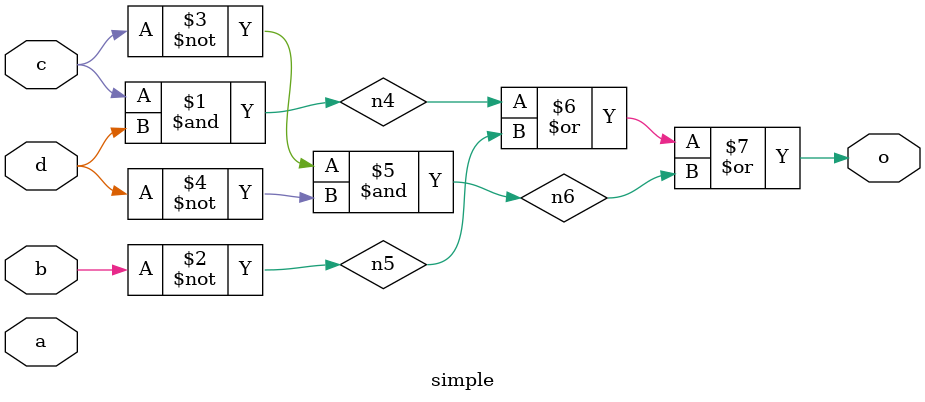
<source format=v>

module simple ( 
    a, b, c, d,
    o  );
  input  a, b, c, d;
  output o;
  wire n4, n5, n6;
  assign n4 = c & d;
  assign n5 = ~b;
  assign n6 = ~c & ~d;
  assign o = n4 | n5 | n6;
endmodule


</source>
